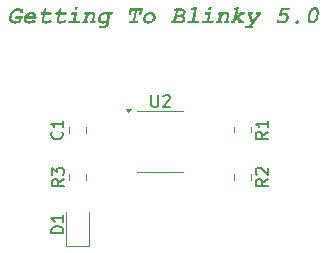
<source format=gbr>
%TF.GenerationSoftware,KiCad,Pcbnew,9.0.2*%
%TF.CreationDate,2025-08-02T09:46:46-05:00*%
%TF.ProjectId,GettingToBlinky_5.0,47657474-696e-4675-946f-426c696e6b79,rev?*%
%TF.SameCoordinates,Original*%
%TF.FileFunction,Legend,Top*%
%TF.FilePolarity,Positive*%
%FSLAX46Y46*%
G04 Gerber Fmt 4.6, Leading zero omitted, Abs format (unit mm)*
G04 Created by KiCad (PCBNEW 9.0.2) date 2025-08-02 09:46:46*
%MOMM*%
%LPD*%
G01*
G04 APERTURE LIST*
%ADD10C,0.200000*%
%ADD11C,0.150000*%
%ADD12C,0.120000*%
G04 APERTURE END LIST*
D10*
G36*
X138162757Y-83088981D02*
G01*
X138103955Y-83371539D01*
X137953596Y-83439642D01*
X137845027Y-83476869D01*
X137739724Y-83498005D01*
X137628231Y-83505170D01*
X137524185Y-83499491D01*
X137430784Y-83483147D01*
X137346680Y-83456902D01*
X137258117Y-83413010D01*
X137200135Y-83363479D01*
X137158561Y-83298103D01*
X137123015Y-83196600D01*
X137110753Y-83122656D01*
X137110419Y-83040867D01*
X137123290Y-82949671D01*
X137154889Y-82797629D01*
X137183747Y-82695964D01*
X137226794Y-82600000D01*
X137284608Y-82508838D01*
X137358312Y-82421831D01*
X137449755Y-82339306D01*
X137544919Y-82277076D01*
X137644634Y-82233271D01*
X137750113Y-82206918D01*
X137862888Y-82197983D01*
X137945259Y-82202520D01*
X138019050Y-82215568D01*
X138088704Y-82237713D01*
X138152041Y-82268325D01*
X138201981Y-82236223D01*
X138240701Y-82227292D01*
X138280521Y-82235691D01*
X138307104Y-82259532D01*
X138318778Y-82297784D01*
X138312508Y-82368709D01*
X138283749Y-82506919D01*
X138261201Y-82576334D01*
X138232366Y-82616646D01*
X138194242Y-82641308D01*
X138151949Y-82649344D01*
X138119009Y-82643425D01*
X138094521Y-82626537D01*
X138082423Y-82605432D01*
X138075196Y-82557752D01*
X138069200Y-82509078D01*
X138059625Y-82485670D01*
X138031577Y-82459561D01*
X137974995Y-82432364D01*
X137907977Y-82415187D01*
X137826068Y-82409009D01*
X137745804Y-82414877D01*
X137671791Y-82432049D01*
X137602952Y-82460300D01*
X137534221Y-82509008D01*
X137457139Y-82592649D01*
X137413200Y-82658108D01*
X137381187Y-82726240D01*
X137360419Y-82797721D01*
X137328912Y-82949487D01*
X137318059Y-83035904D01*
X137323036Y-83105132D01*
X137341060Y-83160994D01*
X137371135Y-83206492D01*
X137412367Y-83241328D01*
X137470317Y-83268647D01*
X137549846Y-83287163D01*
X137657083Y-83294145D01*
X137750190Y-83288074D01*
X137839529Y-83270043D01*
X137925902Y-83240014D01*
X137957318Y-83088981D01*
X137747849Y-83088981D01*
X137681566Y-83080351D01*
X137648198Y-83059855D01*
X137631719Y-83027253D01*
X137632445Y-82983468D01*
X137649242Y-82940750D01*
X137679889Y-82907172D01*
X137723489Y-82886135D01*
X137791721Y-82877955D01*
X138156620Y-82877955D01*
X138222876Y-82886612D01*
X138256180Y-82907172D01*
X138272588Y-82939690D01*
X138271842Y-82983468D01*
X138257169Y-83027022D01*
X138234473Y-83059855D01*
X138203206Y-83081516D01*
X138162757Y-83088981D01*
G37*
G36*
X139084377Y-82519829D02*
G01*
X139157464Y-82535051D01*
X139222465Y-82559493D01*
X139308304Y-82609288D01*
X139358203Y-82656579D01*
X139405562Y-82738955D01*
X139438620Y-82843608D01*
X139445343Y-82924231D01*
X139433308Y-83023493D01*
X139414807Y-83112428D01*
X138571894Y-83112428D01*
X138588102Y-83163259D01*
X138616440Y-83206724D01*
X138658173Y-83244136D01*
X138708383Y-83270127D01*
X138776837Y-83287585D01*
X138868832Y-83294145D01*
X138992623Y-83283491D01*
X139182807Y-83244228D01*
X139295372Y-83223803D01*
X139332060Y-83231455D01*
X139358295Y-83253570D01*
X139372232Y-83286109D01*
X139370843Y-83328583D01*
X139355705Y-83366120D01*
X139326238Y-83398375D01*
X139262704Y-83430794D01*
X139115762Y-83470732D01*
X138955190Y-83496882D01*
X138809939Y-83505170D01*
X138687200Y-83494998D01*
X138588417Y-83466822D01*
X138508847Y-83422760D01*
X138445040Y-83362930D01*
X138396557Y-83288836D01*
X138367840Y-83207498D01*
X138358413Y-83116553D01*
X138369936Y-83012960D01*
X138401903Y-82907416D01*
X138405043Y-82901402D01*
X138621720Y-82901402D01*
X139231075Y-82901402D01*
X139206823Y-82845996D01*
X139174949Y-82802599D01*
X139135271Y-82769328D01*
X139088637Y-82745861D01*
X139031974Y-82730910D01*
X138962988Y-82725547D01*
X138894577Y-82730565D01*
X138831694Y-82745231D01*
X138773394Y-82769328D01*
X138694190Y-82823020D01*
X138621720Y-82901402D01*
X138405043Y-82901402D01*
X138451048Y-82813299D01*
X138518009Y-82728891D01*
X138604592Y-82653190D01*
X138702938Y-82591064D01*
X138801203Y-82548178D01*
X138900421Y-82522918D01*
X139001823Y-82514521D01*
X139084377Y-82519829D01*
G37*
G36*
X140182889Y-82748995D02*
G01*
X140095145Y-83170955D01*
X140090786Y-83232022D01*
X140103572Y-83260256D01*
X140129767Y-83276930D01*
X140174690Y-83289169D01*
X140246912Y-83294145D01*
X140350376Y-83286682D01*
X140451625Y-83264298D01*
X140551635Y-83226550D01*
X140605503Y-83205655D01*
X140637181Y-83200355D01*
X140673241Y-83208113D01*
X140700471Y-83231038D01*
X140715483Y-83264287D01*
X140714576Y-83305685D01*
X140699071Y-83343152D01*
X140667864Y-83376302D01*
X140625497Y-83403638D01*
X140557621Y-83433250D01*
X140455464Y-83464779D01*
X140308015Y-83496279D01*
X140203039Y-83505170D01*
X140105197Y-83498605D01*
X140030743Y-83480980D01*
X139974770Y-83454586D01*
X139933395Y-83420449D01*
X139900939Y-83375785D01*
X139881595Y-83327253D01*
X139874674Y-83273415D01*
X139881005Y-83212354D01*
X139977359Y-82748995D01*
X139903170Y-82748995D01*
X139836925Y-82740314D01*
X139803611Y-82719685D01*
X139787200Y-82686913D01*
X139787949Y-82642932D01*
X139804543Y-82600962D01*
X139835210Y-82567370D01*
X139878827Y-82546195D01*
X139947042Y-82537969D01*
X140021231Y-82537969D01*
X140060432Y-82349383D01*
X140082641Y-82281376D01*
X140111357Y-82241855D01*
X140149517Y-82217676D01*
X140192781Y-82209706D01*
X140232715Y-82218067D01*
X140259734Y-82241855D01*
X140271864Y-82279838D01*
X140265963Y-82349383D01*
X140226762Y-82537969D01*
X140606590Y-82537969D01*
X140672904Y-82546675D01*
X140706241Y-82567370D01*
X140722649Y-82600065D01*
X140721903Y-82644031D01*
X140705294Y-82686012D01*
X140674550Y-82719685D01*
X140631008Y-82740785D01*
X140562718Y-82748995D01*
X140182889Y-82748995D01*
G37*
G36*
X141441717Y-82748995D02*
G01*
X141353973Y-83170955D01*
X141349613Y-83232022D01*
X141362399Y-83260256D01*
X141388594Y-83276930D01*
X141433517Y-83289169D01*
X141505739Y-83294145D01*
X141609204Y-83286682D01*
X141710453Y-83264298D01*
X141810463Y-83226550D01*
X141864330Y-83205655D01*
X141896009Y-83200355D01*
X141932068Y-83208113D01*
X141959298Y-83231038D01*
X141974310Y-83264287D01*
X141973403Y-83305685D01*
X141957898Y-83343152D01*
X141926692Y-83376302D01*
X141884324Y-83403638D01*
X141816449Y-83433250D01*
X141714292Y-83464779D01*
X141566843Y-83496279D01*
X141461867Y-83505170D01*
X141364025Y-83498605D01*
X141289570Y-83480980D01*
X141233598Y-83454586D01*
X141192223Y-83420449D01*
X141159767Y-83375785D01*
X141140422Y-83327253D01*
X141133501Y-83273415D01*
X141139833Y-83212354D01*
X141236187Y-82748995D01*
X141161998Y-82748995D01*
X141095753Y-82740314D01*
X141062438Y-82719685D01*
X141046028Y-82686913D01*
X141046776Y-82642932D01*
X141063371Y-82600962D01*
X141094037Y-82567370D01*
X141137655Y-82546195D01*
X141205870Y-82537969D01*
X141280059Y-82537969D01*
X141319260Y-82349383D01*
X141341468Y-82281376D01*
X141370184Y-82241855D01*
X141408344Y-82217676D01*
X141451609Y-82209706D01*
X141491543Y-82218067D01*
X141518562Y-82241855D01*
X141530691Y-82279838D01*
X141524790Y-82349383D01*
X141485589Y-82537969D01*
X141865417Y-82537969D01*
X141931732Y-82546675D01*
X141965068Y-82567370D01*
X141981477Y-82600065D01*
X141980730Y-82644031D01*
X141964121Y-82686012D01*
X141933378Y-82719685D01*
X141889836Y-82740785D01*
X141821545Y-82748995D01*
X141441717Y-82748995D01*
G37*
G36*
X142951504Y-82139364D02*
G01*
X142905251Y-82362114D01*
X142660611Y-82362114D01*
X142706864Y-82139364D01*
X142951504Y-82139364D01*
G37*
G36*
X142896733Y-82537969D02*
G01*
X142746798Y-83258974D01*
X142993361Y-83258974D01*
X143059698Y-83267633D01*
X143093012Y-83288191D01*
X143109490Y-83320716D01*
X143108766Y-83364487D01*
X143091902Y-83407223D01*
X143061230Y-83440874D01*
X143017784Y-83461833D01*
X142949489Y-83470000D01*
X142250924Y-83470000D01*
X142184560Y-83461367D01*
X142151181Y-83440874D01*
X142134793Y-83408282D01*
X142135611Y-83364487D01*
X142152390Y-83321762D01*
X142182964Y-83288191D01*
X142226497Y-83267160D01*
X142294796Y-83258974D01*
X142541359Y-83258974D01*
X142647422Y-82748995D01*
X142482008Y-82748995D01*
X142416455Y-82740411D01*
X142382815Y-82719869D01*
X142365990Y-82687229D01*
X142366604Y-82643482D01*
X142383401Y-82600764D01*
X142414048Y-82567186D01*
X142457581Y-82546155D01*
X142525881Y-82537969D01*
X142896733Y-82537969D01*
G37*
G36*
X143845799Y-82537969D02*
G01*
X143831145Y-82608311D01*
X143899239Y-82567024D01*
X143969631Y-82537969D01*
X144043478Y-82520436D01*
X144121305Y-82514521D01*
X144211413Y-82522700D01*
X144283220Y-82545339D01*
X144340551Y-82580908D01*
X144386004Y-82629743D01*
X144417692Y-82693851D01*
X144430050Y-82772374D01*
X144420167Y-82870444D01*
X144339384Y-83258974D01*
X144397654Y-83267363D01*
X144429509Y-83288191D01*
X144445642Y-83320678D01*
X144444805Y-83364487D01*
X144427941Y-83407223D01*
X144397269Y-83440874D01*
X144353823Y-83461833D01*
X144285528Y-83470000D01*
X144100056Y-83470000D01*
X144033692Y-83461367D01*
X144000314Y-83440874D01*
X143983925Y-83408282D01*
X143984743Y-83364487D01*
X144001430Y-83321725D01*
X144031638Y-83288191D01*
X144073622Y-83266906D01*
X144133945Y-83258974D01*
X144215736Y-82865773D01*
X144220211Y-82820935D01*
X144214318Y-82789041D01*
X144200257Y-82766214D01*
X144171569Y-82745217D01*
X144129006Y-82731009D01*
X144067450Y-82725547D01*
X143998467Y-82732430D01*
X143936933Y-82752475D01*
X143874711Y-82789241D01*
X143777472Y-82866231D01*
X143695865Y-83258974D01*
X143766789Y-83265329D01*
X143794050Y-83278391D01*
X143816434Y-83306354D01*
X143826340Y-83334527D01*
X143825375Y-83364487D01*
X143808511Y-83407223D01*
X143777839Y-83440874D01*
X143734392Y-83461833D01*
X143666098Y-83470000D01*
X143432540Y-83470000D01*
X143366193Y-83461363D01*
X143332889Y-83440874D01*
X143316501Y-83408282D01*
X143317319Y-83364487D01*
X143337212Y-83321309D01*
X143383356Y-83278025D01*
X143418199Y-83264879D01*
X143490518Y-83258974D01*
X143596580Y-82748995D01*
X143538219Y-82740625D01*
X143506363Y-82719869D01*
X143490297Y-82687312D01*
X143491159Y-82643482D01*
X143507956Y-82600764D01*
X143538603Y-82567186D01*
X143582136Y-82546155D01*
X143650436Y-82537969D01*
X143845799Y-82537969D01*
G37*
G36*
X145337211Y-82514614D02*
G01*
X145405137Y-82531832D01*
X145467870Y-82560934D01*
X145525305Y-82602449D01*
X145538769Y-82537969D01*
X145779287Y-82537969D01*
X145845543Y-82546626D01*
X145878846Y-82567186D01*
X145895255Y-82599704D01*
X145894508Y-82643482D01*
X145877714Y-82686216D01*
X145847064Y-82719869D01*
X145803629Y-82740831D01*
X145735415Y-82748995D01*
X145700244Y-82748995D01*
X145541058Y-83514513D01*
X145520875Y-83586348D01*
X145492245Y-83650507D01*
X145455238Y-83707953D01*
X145409849Y-83759189D01*
X145353842Y-83806560D01*
X145285886Y-83850102D01*
X145213015Y-83883368D01*
X145138371Y-83903056D01*
X145060938Y-83909637D01*
X144828480Y-83909637D01*
X144762165Y-83900930D01*
X144728829Y-83880236D01*
X144712351Y-83847681D01*
X144712984Y-83804673D01*
X144729852Y-83761747D01*
X144760519Y-83727920D01*
X144804061Y-83706820D01*
X144872352Y-83698611D01*
X145098857Y-83698611D01*
X145159838Y-83692531D01*
X145211596Y-83675181D01*
X145256027Y-83646953D01*
X145292990Y-83609246D01*
X145319190Y-83566068D01*
X145335345Y-83516345D01*
X145356411Y-83415045D01*
X145278055Y-83455040D01*
X145203454Y-83482639D01*
X145127920Y-83499616D01*
X145053977Y-83505170D01*
X144951489Y-83495445D01*
X144865893Y-83467934D01*
X144793798Y-83423683D01*
X144732950Y-83361739D01*
X144687697Y-83287479D01*
X144661072Y-83205361D01*
X144652985Y-83113018D01*
X144656433Y-83083381D01*
X144864785Y-83083381D01*
X144878822Y-83149735D01*
X144912469Y-83209240D01*
X144961778Y-83256133D01*
X145021736Y-83284270D01*
X145095743Y-83294145D01*
X145171010Y-83285004D01*
X145243299Y-83257336D01*
X145314371Y-83209240D01*
X145374452Y-83147654D01*
X145415742Y-83080649D01*
X145440125Y-83006915D01*
X145446133Y-82931119D01*
X145432076Y-82864919D01*
X145398360Y-82805140D01*
X145349117Y-82757926D01*
X145289195Y-82729618D01*
X145215177Y-82719685D01*
X145139997Y-82728871D01*
X145067681Y-82756702D01*
X144996458Y-82805140D01*
X144936308Y-82866983D01*
X144895108Y-82933817D01*
X144870887Y-83006915D01*
X144864785Y-83083381D01*
X144656433Y-83083381D01*
X144665265Y-83007465D01*
X144695270Y-82905718D01*
X144740655Y-82813420D01*
X144801917Y-82729201D01*
X144880412Y-82652183D01*
X144970181Y-82588337D01*
X145062735Y-82543961D01*
X145159228Y-82517549D01*
X145261156Y-82508660D01*
X145337211Y-82514614D01*
G37*
G36*
X147950728Y-82438318D02*
G01*
X147780094Y-83258974D01*
X147918488Y-83258974D01*
X147984744Y-83267631D01*
X148018047Y-83288191D01*
X148034525Y-83320716D01*
X148033801Y-83364487D01*
X148016937Y-83407223D01*
X147986265Y-83440874D01*
X147942829Y-83461836D01*
X147874616Y-83470000D01*
X147393488Y-83470000D01*
X147327124Y-83461367D01*
X147293745Y-83440874D01*
X147277357Y-83408282D01*
X147278175Y-83364487D01*
X147294954Y-83321762D01*
X147325527Y-83288191D01*
X147369060Y-83267160D01*
X147437360Y-83258974D01*
X147574563Y-83258974D01*
X147745198Y-82438318D01*
X147522814Y-82438318D01*
X147481324Y-82637620D01*
X147459007Y-82706228D01*
X147430216Y-82746064D01*
X147392062Y-82770319D01*
X147348883Y-82778304D01*
X147308879Y-82769919D01*
X147281838Y-82746064D01*
X147269794Y-82707781D01*
X147275793Y-82637620D01*
X147361156Y-82227292D01*
X148425628Y-82227292D01*
X148340265Y-82637620D01*
X148317948Y-82706228D01*
X148289157Y-82746064D01*
X148250990Y-82770315D01*
X148207732Y-82778304D01*
X148167807Y-82769924D01*
X148140779Y-82746064D01*
X148128735Y-82707781D01*
X148134734Y-82637620D01*
X148176225Y-82438318D01*
X147950728Y-82438318D01*
G37*
G36*
X149187003Y-82522572D02*
G01*
X149271613Y-82546260D01*
X149350789Y-82585688D01*
X149420159Y-82639400D01*
X149471589Y-82702735D01*
X149506952Y-82777021D01*
X149526860Y-82857879D01*
X149531798Y-82939821D01*
X149521698Y-83024134D01*
X149498574Y-83101948D01*
X149460990Y-83179655D01*
X149407392Y-83258058D01*
X149342909Y-83327390D01*
X149265801Y-83387337D01*
X149174568Y-83438126D01*
X149077058Y-83475983D01*
X148982359Y-83497973D01*
X148889445Y-83505170D01*
X148797744Y-83497664D01*
X148713283Y-83475650D01*
X148634638Y-83439225D01*
X148565036Y-83388912D01*
X148513014Y-83329407D01*
X148476552Y-83259615D01*
X148455288Y-83182974D01*
X148449303Y-83104291D01*
X148451071Y-83088969D01*
X148660477Y-83088969D01*
X148678367Y-83148978D01*
X148719543Y-83209057D01*
X148775723Y-83255373D01*
X148845637Y-83283950D01*
X148933408Y-83294145D01*
X149022834Y-83284666D01*
X149105612Y-83256570D01*
X149183635Y-83209057D01*
X149251471Y-83147051D01*
X149294050Y-83086180D01*
X149316168Y-83025142D01*
X149321838Y-82959003D01*
X149311006Y-82897878D01*
X149283561Y-82839670D01*
X149242230Y-82790385D01*
X149191292Y-82755294D01*
X149128816Y-82733374D01*
X149051653Y-82725547D01*
X148961935Y-82735591D01*
X148878807Y-82765444D01*
X148800235Y-82816222D01*
X148733433Y-82882054D01*
X148688770Y-82951595D01*
X148663398Y-83026149D01*
X148660477Y-83088969D01*
X148451071Y-83088969D01*
X148458784Y-83022119D01*
X148482790Y-82940989D01*
X148522044Y-82858905D01*
X148578310Y-82775006D01*
X148645747Y-82700148D01*
X148723915Y-82636701D01*
X148813882Y-82584131D01*
X148910555Y-82544750D01*
X149004033Y-82521961D01*
X149095433Y-82514521D01*
X149187003Y-82522572D01*
G37*
G36*
X151826853Y-82234785D02*
G01*
X151901153Y-82255573D01*
X151961317Y-82288107D01*
X152009861Y-82332255D01*
X152047563Y-82387261D01*
X152069896Y-82446044D01*
X152077707Y-82510166D01*
X152070219Y-82581658D01*
X152049985Y-82648035D01*
X152017371Y-82710710D01*
X151973273Y-82767943D01*
X151914972Y-82822359D01*
X151967227Y-82865753D01*
X152005601Y-82911891D01*
X152031934Y-82961211D01*
X152047208Y-83014930D01*
X152051295Y-83074360D01*
X152043200Y-83141096D01*
X152018481Y-83217837D01*
X151977071Y-83289657D01*
X151937482Y-83337366D01*
X151895738Y-83372638D01*
X151831859Y-83411145D01*
X151755787Y-83442889D01*
X151671607Y-83462725D01*
X151564911Y-83470000D01*
X150961509Y-83470000D01*
X150895146Y-83461367D01*
X150861767Y-83440874D01*
X150845309Y-83408274D01*
X150846105Y-83364487D01*
X150862994Y-83321806D01*
X150894007Y-83288191D01*
X150937887Y-83267110D01*
X151005382Y-83258974D01*
X151037438Y-83258974D01*
X151242877Y-83258974D01*
X151597701Y-83258974D01*
X151681121Y-83253838D01*
X151740634Y-83240480D01*
X151781982Y-83221238D01*
X151818418Y-83186709D01*
X151838036Y-83139722D01*
X151838540Y-83099832D01*
X151822748Y-83059187D01*
X151786653Y-83015341D01*
X151739635Y-82983585D01*
X151672361Y-82962264D01*
X151577917Y-82954159D01*
X151306258Y-82954159D01*
X151242877Y-83258974D01*
X151037438Y-83258974D01*
X151144694Y-82743133D01*
X151350130Y-82743133D01*
X151575628Y-82743133D01*
X151654558Y-82735976D01*
X151725494Y-82715137D01*
X151790042Y-82680759D01*
X151827459Y-82649379D01*
X151852097Y-82614869D01*
X151865788Y-82576437D01*
X151867474Y-82541131D01*
X151857463Y-82509522D01*
X151834830Y-82479808D01*
X151803443Y-82458784D01*
X151754522Y-82444088D01*
X151681140Y-82438318D01*
X151413511Y-82438318D01*
X151350130Y-82743133D01*
X151144694Y-82743133D01*
X151208073Y-82438318D01*
X151176016Y-82438318D01*
X151109652Y-82429685D01*
X151076273Y-82409192D01*
X151059793Y-82376590D01*
X151060519Y-82332805D01*
X151077317Y-82290088D01*
X151107964Y-82256509D01*
X151151574Y-82235475D01*
X151219888Y-82227292D01*
X151734996Y-82227292D01*
X151826853Y-82234785D01*
G37*
G36*
X153051160Y-82139364D02*
G01*
X152818427Y-83258974D01*
X153064990Y-83258974D01*
X153131262Y-83267627D01*
X153164641Y-83288191D01*
X153181118Y-83320716D01*
X153180395Y-83364487D01*
X153163531Y-83407223D01*
X153132859Y-83440874D01*
X153089345Y-83461839D01*
X153021118Y-83470000D01*
X152322553Y-83470000D01*
X152256189Y-83461367D01*
X152222810Y-83440874D01*
X152206353Y-83408274D01*
X152207148Y-83364487D01*
X152223946Y-83321769D01*
X152254592Y-83288191D01*
X152298125Y-83267160D01*
X152366425Y-83258974D01*
X152612988Y-83258974D01*
X152801849Y-82350390D01*
X152636435Y-82350390D01*
X152570881Y-82341807D01*
X152537242Y-82321264D01*
X152520486Y-82288632D01*
X152521122Y-82244877D01*
X152537901Y-82202153D01*
X152568475Y-82168582D01*
X152612008Y-82147551D01*
X152680307Y-82139364D01*
X153051160Y-82139364D01*
G37*
G36*
X154280953Y-82139364D02*
G01*
X154234699Y-82362114D01*
X153990060Y-82362114D01*
X154036313Y-82139364D01*
X154280953Y-82139364D01*
G37*
G36*
X154226181Y-82537969D02*
G01*
X154076247Y-83258974D01*
X154322810Y-83258974D01*
X154389147Y-83267633D01*
X154422461Y-83288191D01*
X154438939Y-83320716D01*
X154438215Y-83364487D01*
X154421351Y-83407223D01*
X154390679Y-83440874D01*
X154347232Y-83461833D01*
X154278938Y-83470000D01*
X153580373Y-83470000D01*
X153514009Y-83461367D01*
X153480630Y-83440874D01*
X153464242Y-83408282D01*
X153465060Y-83364487D01*
X153481839Y-83321762D01*
X153512412Y-83288191D01*
X153555945Y-83267160D01*
X153624245Y-83258974D01*
X153870808Y-83258974D01*
X153976871Y-82748995D01*
X153811457Y-82748995D01*
X153745903Y-82740411D01*
X153712264Y-82719869D01*
X153695439Y-82687229D01*
X153696052Y-82643482D01*
X153712850Y-82600764D01*
X153743497Y-82567186D01*
X153787030Y-82546155D01*
X153855329Y-82537969D01*
X154226181Y-82537969D01*
G37*
G36*
X155175248Y-82537969D02*
G01*
X155160594Y-82608311D01*
X155228688Y-82567024D01*
X155299079Y-82537969D01*
X155372927Y-82520436D01*
X155450754Y-82514521D01*
X155540861Y-82522700D01*
X155612668Y-82545339D01*
X155670000Y-82580908D01*
X155715452Y-82629743D01*
X155747141Y-82693851D01*
X155759498Y-82772374D01*
X155749616Y-82870444D01*
X155668832Y-83258974D01*
X155727103Y-83267363D01*
X155758958Y-83288191D01*
X155775091Y-83320678D01*
X155774254Y-83364487D01*
X155757390Y-83407223D01*
X155726718Y-83440874D01*
X155683271Y-83461833D01*
X155614977Y-83470000D01*
X155429505Y-83470000D01*
X155363141Y-83461367D01*
X155329762Y-83440874D01*
X155313374Y-83408282D01*
X155314192Y-83364487D01*
X155330879Y-83321725D01*
X155361086Y-83288191D01*
X155403070Y-83266906D01*
X155463394Y-83258974D01*
X155545184Y-82865773D01*
X155549660Y-82820935D01*
X155543767Y-82789041D01*
X155529706Y-82766214D01*
X155501018Y-82745217D01*
X155458455Y-82731009D01*
X155396898Y-82725547D01*
X155327916Y-82732430D01*
X155266381Y-82752475D01*
X155204160Y-82789241D01*
X155106921Y-82866231D01*
X155025314Y-83258974D01*
X155096237Y-83265329D01*
X155123499Y-83278391D01*
X155145883Y-83306354D01*
X155155788Y-83334527D01*
X155154823Y-83364487D01*
X155137959Y-83407223D01*
X155107288Y-83440874D01*
X155063841Y-83461833D01*
X154995546Y-83470000D01*
X154761989Y-83470000D01*
X154695641Y-83461363D01*
X154662338Y-83440874D01*
X154645950Y-83408282D01*
X154646768Y-83364487D01*
X154666661Y-83321309D01*
X154712805Y-83278025D01*
X154747647Y-83264879D01*
X154819966Y-83258974D01*
X154926029Y-82748995D01*
X154867668Y-82740625D01*
X154835812Y-82719869D01*
X154819746Y-82687312D01*
X154820607Y-82643482D01*
X154837405Y-82600764D01*
X154868052Y-82567186D01*
X154911585Y-82546155D01*
X154979884Y-82537969D01*
X155175248Y-82537969D01*
G37*
G36*
X156352743Y-83117465D02*
G01*
X156279470Y-83470000D01*
X156038952Y-83470000D01*
X155972588Y-83461367D01*
X155939209Y-83440874D01*
X155922752Y-83408274D01*
X155923547Y-83364487D01*
X155940437Y-83321806D01*
X155971449Y-83288191D01*
X156015262Y-83267116D01*
X156082824Y-83258974D01*
X156117812Y-83258974D01*
X156306673Y-82350390D01*
X156271685Y-82350390D01*
X156205321Y-82341758D01*
X156171942Y-82321264D01*
X156155532Y-82288670D01*
X156156280Y-82244877D01*
X156173078Y-82202160D01*
X156203724Y-82168582D01*
X156247257Y-82147551D01*
X156315557Y-82139364D01*
X156556075Y-82139364D01*
X156408797Y-82848005D01*
X156596650Y-82715564D01*
X156585895Y-82673127D01*
X156586575Y-82643665D01*
X156603277Y-82600894D01*
X156633561Y-82567278D01*
X156676704Y-82546192D01*
X156744844Y-82537969D01*
X156979317Y-82537969D01*
X157045654Y-82546628D01*
X157078968Y-82567186D01*
X157095446Y-82599711D01*
X157094722Y-82643482D01*
X157077928Y-82686216D01*
X157047278Y-82719869D01*
X157003754Y-82740832D01*
X156935445Y-82748995D01*
X156878384Y-82748995D01*
X156585934Y-82955166D01*
X156858509Y-83258974D01*
X156918684Y-83258974D01*
X156984956Y-83267627D01*
X157018335Y-83288191D01*
X157034813Y-83320716D01*
X157034089Y-83364487D01*
X157017225Y-83407223D01*
X156986553Y-83440874D01*
X156943040Y-83461839D01*
X156874812Y-83470000D01*
X156638232Y-83470000D01*
X156571895Y-83461340D01*
X156538581Y-83440782D01*
X156522168Y-83408111D01*
X156522919Y-83364303D01*
X156538603Y-83326279D01*
X156573386Y-83285260D01*
X156396981Y-83088156D01*
X156352743Y-83117465D01*
G37*
G36*
X157593710Y-83463863D02*
G01*
X157386531Y-82748995D01*
X157342288Y-82741003D01*
X157316372Y-82719869D01*
X157303999Y-82687707D01*
X157306114Y-82643482D01*
X157322912Y-82600764D01*
X157353558Y-82567186D01*
X157397169Y-82546152D01*
X157465483Y-82537969D01*
X157652878Y-82537969D01*
X157719215Y-82546628D01*
X157752529Y-82567186D01*
X157769007Y-82599711D01*
X157768283Y-82643482D01*
X157751489Y-82686216D01*
X157720839Y-82719869D01*
X157678039Y-82741013D01*
X157615051Y-82748995D01*
X157757017Y-83232412D01*
X158098102Y-82748995D01*
X158038840Y-82740617D01*
X158006420Y-82719869D01*
X157989940Y-82687267D01*
X157990666Y-82643482D01*
X158007464Y-82600764D01*
X158038110Y-82567186D01*
X158081721Y-82546152D01*
X158150034Y-82537969D01*
X158343475Y-82537969D01*
X158408923Y-82546598D01*
X158442118Y-82567186D01*
X158458527Y-82599704D01*
X158457780Y-82643482D01*
X158441907Y-82686578D01*
X158414824Y-82719869D01*
X158377780Y-82741358D01*
X158328637Y-82748995D01*
X157660114Y-83698611D01*
X157761322Y-83698611D01*
X157786454Y-83756612D01*
X157787517Y-83804124D01*
X157770719Y-83846841D01*
X157740073Y-83880419D01*
X157696551Y-83901453D01*
X157628332Y-83909637D01*
X157180268Y-83909637D01*
X157113931Y-83900977D01*
X157080617Y-83880419D01*
X157064140Y-83847894D01*
X157064863Y-83804124D01*
X157081658Y-83761389D01*
X157112308Y-83727737D01*
X157155832Y-83706774D01*
X157224140Y-83698611D01*
X157428572Y-83698611D01*
X157593710Y-83463863D01*
G37*
G36*
X160283465Y-82356252D02*
G01*
X160229884Y-82614173D01*
X160349890Y-82582532D01*
X160445856Y-82573140D01*
X160538408Y-82582055D01*
X160615208Y-82607220D01*
X160679462Y-82647658D01*
X160733269Y-82704298D01*
X160772213Y-82771707D01*
X160795031Y-82848757D01*
X160801140Y-82938052D01*
X160788224Y-83042819D01*
X160758246Y-83146581D01*
X160715472Y-83235744D01*
X160660171Y-83312359D01*
X160591761Y-83377859D01*
X160513358Y-83428699D01*
X160420240Y-83466568D01*
X160309629Y-83490704D01*
X160178135Y-83499309D01*
X160060363Y-83492498D01*
X159966119Y-83473867D01*
X159891232Y-83445532D01*
X159832196Y-83408725D01*
X159794960Y-83370339D01*
X159778320Y-83331297D01*
X159778890Y-83289016D01*
X159794507Y-83249534D01*
X159824869Y-83214552D01*
X159864049Y-83190415D01*
X159904187Y-83182770D01*
X159937369Y-83190922D01*
X159972880Y-83218490D01*
X160009185Y-83249044D01*
X160048809Y-83268041D01*
X160113944Y-83282584D01*
X160209002Y-83288283D01*
X160332827Y-83280029D01*
X160418498Y-83258800D01*
X160475898Y-83228474D01*
X160522141Y-83183301D01*
X160557740Y-83123229D01*
X160582327Y-83044742D01*
X160590670Y-82964444D01*
X160581059Y-82902350D01*
X160556407Y-82853592D01*
X160517567Y-82815753D01*
X160467323Y-82792515D01*
X160401984Y-82784166D01*
X160329037Y-82790924D01*
X160240670Y-82813340D01*
X160133531Y-82855332D01*
X160098930Y-82868430D01*
X160073905Y-82872093D01*
X160034730Y-82863658D01*
X160007043Y-82839212D01*
X159992996Y-82803081D01*
X159995320Y-82753849D01*
X160121807Y-82145226D01*
X160750305Y-82145226D01*
X160816619Y-82153933D01*
X160849956Y-82174627D01*
X160866342Y-82207320D01*
X160865526Y-82251289D01*
X160848936Y-82293276D01*
X160818265Y-82326943D01*
X160774724Y-82348043D01*
X160706433Y-82356252D01*
X160283465Y-82356252D01*
G37*
G36*
X161662460Y-83364487D02*
G01*
X161640845Y-83419318D01*
X161600453Y-83464870D01*
X161546268Y-83494777D01*
X161478820Y-83505170D01*
X161432491Y-83500077D01*
X161398580Y-83486331D01*
X161373948Y-83464870D01*
X161357433Y-83436438D01*
X161350529Y-83403604D01*
X161353798Y-83364487D01*
X161375347Y-83309674D01*
X161415714Y-83264194D01*
X161469906Y-83234217D01*
X161537347Y-83223803D01*
X161583667Y-83228906D01*
X161617579Y-83242681D01*
X161642219Y-83264194D01*
X161658742Y-83292570D01*
X161665677Y-83325374D01*
X161662460Y-83364487D01*
G37*
G36*
X163104203Y-82116875D02*
G01*
X163168972Y-82135771D01*
X163221157Y-82165376D01*
X163263611Y-82207604D01*
X163304074Y-82273514D01*
X163341782Y-82370632D01*
X163363561Y-82471323D01*
X163367641Y-82577068D01*
X163353231Y-82689552D01*
X163305329Y-82919812D01*
X163277880Y-83018691D01*
X163236546Y-83116594D01*
X163180380Y-83214186D01*
X163108042Y-83312005D01*
X163041002Y-83381868D01*
X162971263Y-83433926D01*
X162898218Y-83470231D01*
X162820857Y-83491953D01*
X162737831Y-83499309D01*
X162656724Y-83492419D01*
X162591711Y-83473357D01*
X162539536Y-83443530D01*
X162497173Y-83400975D01*
X162457032Y-83334882D01*
X162419918Y-83237816D01*
X162398715Y-83137112D01*
X162394956Y-83031650D01*
X162398238Y-83006213D01*
X162603269Y-83006213D01*
X162605498Y-83083737D01*
X162620242Y-83153796D01*
X162647064Y-83217849D01*
X162677725Y-83256194D01*
X162721095Y-83279687D01*
X162781703Y-83288283D01*
X162840070Y-83280029D01*
X162895337Y-83254950D01*
X162949223Y-83210705D01*
X163015759Y-83127087D01*
X163065618Y-83030761D01*
X163098975Y-82919537D01*
X163146785Y-82689827D01*
X163158324Y-82603695D01*
X163156280Y-82526302D01*
X163141856Y-82456040D01*
X163115461Y-82391515D01*
X163084249Y-82353079D01*
X163040799Y-82329621D01*
X162980822Y-82321081D01*
X162921855Y-82329364D01*
X162866286Y-82354473D01*
X162812386Y-82398659D01*
X162745850Y-82482277D01*
X162695991Y-82578603D01*
X162662635Y-82689827D01*
X162614824Y-82919537D01*
X162603269Y-83006213D01*
X162398238Y-83006213D01*
X162409385Y-82919812D01*
X162457288Y-82689552D01*
X162484560Y-82591185D01*
X162525711Y-82493544D01*
X162581713Y-82395966D01*
X162653934Y-82297909D01*
X162720858Y-82227818D01*
X162790492Y-82175609D01*
X162863442Y-82139208D01*
X162940721Y-82117430D01*
X163023687Y-82110055D01*
X163104203Y-82116875D01*
G37*
D11*
X141754819Y-96666666D02*
X141278628Y-96999999D01*
X141754819Y-97238094D02*
X140754819Y-97238094D01*
X140754819Y-97238094D02*
X140754819Y-96857142D01*
X140754819Y-96857142D02*
X140802438Y-96761904D01*
X140802438Y-96761904D02*
X140850057Y-96714285D01*
X140850057Y-96714285D02*
X140945295Y-96666666D01*
X140945295Y-96666666D02*
X141088152Y-96666666D01*
X141088152Y-96666666D02*
X141183390Y-96714285D01*
X141183390Y-96714285D02*
X141231009Y-96761904D01*
X141231009Y-96761904D02*
X141278628Y-96857142D01*
X141278628Y-96857142D02*
X141278628Y-97238094D01*
X140754819Y-96333332D02*
X140754819Y-95714285D01*
X140754819Y-95714285D02*
X141135771Y-96047618D01*
X141135771Y-96047618D02*
X141135771Y-95904761D01*
X141135771Y-95904761D02*
X141183390Y-95809523D01*
X141183390Y-95809523D02*
X141231009Y-95761904D01*
X141231009Y-95761904D02*
X141326247Y-95714285D01*
X141326247Y-95714285D02*
X141564342Y-95714285D01*
X141564342Y-95714285D02*
X141659580Y-95761904D01*
X141659580Y-95761904D02*
X141707200Y-95809523D01*
X141707200Y-95809523D02*
X141754819Y-95904761D01*
X141754819Y-95904761D02*
X141754819Y-96190475D01*
X141754819Y-96190475D02*
X141707200Y-96285713D01*
X141707200Y-96285713D02*
X141659580Y-96333332D01*
X159004819Y-92666666D02*
X158528628Y-92999999D01*
X159004819Y-93238094D02*
X158004819Y-93238094D01*
X158004819Y-93238094D02*
X158004819Y-92857142D01*
X158004819Y-92857142D02*
X158052438Y-92761904D01*
X158052438Y-92761904D02*
X158100057Y-92714285D01*
X158100057Y-92714285D02*
X158195295Y-92666666D01*
X158195295Y-92666666D02*
X158338152Y-92666666D01*
X158338152Y-92666666D02*
X158433390Y-92714285D01*
X158433390Y-92714285D02*
X158481009Y-92761904D01*
X158481009Y-92761904D02*
X158528628Y-92857142D01*
X158528628Y-92857142D02*
X158528628Y-93238094D01*
X159004819Y-91714285D02*
X159004819Y-92285713D01*
X159004819Y-91999999D02*
X158004819Y-91999999D01*
X158004819Y-91999999D02*
X158147676Y-92095237D01*
X158147676Y-92095237D02*
X158242914Y-92190475D01*
X158242914Y-92190475D02*
X158290533Y-92285713D01*
X149163095Y-89554819D02*
X149163095Y-90364342D01*
X149163095Y-90364342D02*
X149210714Y-90459580D01*
X149210714Y-90459580D02*
X149258333Y-90507200D01*
X149258333Y-90507200D02*
X149353571Y-90554819D01*
X149353571Y-90554819D02*
X149544047Y-90554819D01*
X149544047Y-90554819D02*
X149639285Y-90507200D01*
X149639285Y-90507200D02*
X149686904Y-90459580D01*
X149686904Y-90459580D02*
X149734523Y-90364342D01*
X149734523Y-90364342D02*
X149734523Y-89554819D01*
X150163095Y-89650057D02*
X150210714Y-89602438D01*
X150210714Y-89602438D02*
X150305952Y-89554819D01*
X150305952Y-89554819D02*
X150544047Y-89554819D01*
X150544047Y-89554819D02*
X150639285Y-89602438D01*
X150639285Y-89602438D02*
X150686904Y-89650057D01*
X150686904Y-89650057D02*
X150734523Y-89745295D01*
X150734523Y-89745295D02*
X150734523Y-89840533D01*
X150734523Y-89840533D02*
X150686904Y-89983390D01*
X150686904Y-89983390D02*
X150115476Y-90554819D01*
X150115476Y-90554819D02*
X150734523Y-90554819D01*
X159004819Y-96666666D02*
X158528628Y-96999999D01*
X159004819Y-97238094D02*
X158004819Y-97238094D01*
X158004819Y-97238094D02*
X158004819Y-96857142D01*
X158004819Y-96857142D02*
X158052438Y-96761904D01*
X158052438Y-96761904D02*
X158100057Y-96714285D01*
X158100057Y-96714285D02*
X158195295Y-96666666D01*
X158195295Y-96666666D02*
X158338152Y-96666666D01*
X158338152Y-96666666D02*
X158433390Y-96714285D01*
X158433390Y-96714285D02*
X158481009Y-96761904D01*
X158481009Y-96761904D02*
X158528628Y-96857142D01*
X158528628Y-96857142D02*
X158528628Y-97238094D01*
X158100057Y-96285713D02*
X158052438Y-96238094D01*
X158052438Y-96238094D02*
X158004819Y-96142856D01*
X158004819Y-96142856D02*
X158004819Y-95904761D01*
X158004819Y-95904761D02*
X158052438Y-95809523D01*
X158052438Y-95809523D02*
X158100057Y-95761904D01*
X158100057Y-95761904D02*
X158195295Y-95714285D01*
X158195295Y-95714285D02*
X158290533Y-95714285D01*
X158290533Y-95714285D02*
X158433390Y-95761904D01*
X158433390Y-95761904D02*
X159004819Y-96333332D01*
X159004819Y-96333332D02*
X159004819Y-95714285D01*
X141704819Y-101238094D02*
X140704819Y-101238094D01*
X140704819Y-101238094D02*
X140704819Y-100999999D01*
X140704819Y-100999999D02*
X140752438Y-100857142D01*
X140752438Y-100857142D02*
X140847676Y-100761904D01*
X140847676Y-100761904D02*
X140942914Y-100714285D01*
X140942914Y-100714285D02*
X141133390Y-100666666D01*
X141133390Y-100666666D02*
X141276247Y-100666666D01*
X141276247Y-100666666D02*
X141466723Y-100714285D01*
X141466723Y-100714285D02*
X141561961Y-100761904D01*
X141561961Y-100761904D02*
X141657200Y-100857142D01*
X141657200Y-100857142D02*
X141704819Y-100999999D01*
X141704819Y-100999999D02*
X141704819Y-101238094D01*
X141704819Y-99714285D02*
X141704819Y-100285713D01*
X141704819Y-99999999D02*
X140704819Y-99999999D01*
X140704819Y-99999999D02*
X140847676Y-100095237D01*
X140847676Y-100095237D02*
X140942914Y-100190475D01*
X140942914Y-100190475D02*
X140990533Y-100285713D01*
X141579580Y-92666666D02*
X141627200Y-92714285D01*
X141627200Y-92714285D02*
X141674819Y-92857142D01*
X141674819Y-92857142D02*
X141674819Y-92952380D01*
X141674819Y-92952380D02*
X141627200Y-93095237D01*
X141627200Y-93095237D02*
X141531961Y-93190475D01*
X141531961Y-93190475D02*
X141436723Y-93238094D01*
X141436723Y-93238094D02*
X141246247Y-93285713D01*
X141246247Y-93285713D02*
X141103390Y-93285713D01*
X141103390Y-93285713D02*
X140912914Y-93238094D01*
X140912914Y-93238094D02*
X140817676Y-93190475D01*
X140817676Y-93190475D02*
X140722438Y-93095237D01*
X140722438Y-93095237D02*
X140674819Y-92952380D01*
X140674819Y-92952380D02*
X140674819Y-92857142D01*
X140674819Y-92857142D02*
X140722438Y-92714285D01*
X140722438Y-92714285D02*
X140770057Y-92666666D01*
X141674819Y-91714285D02*
X141674819Y-92285713D01*
X141674819Y-91999999D02*
X140674819Y-91999999D01*
X140674819Y-91999999D02*
X140817676Y-92095237D01*
X140817676Y-92095237D02*
X140912914Y-92190475D01*
X140912914Y-92190475D02*
X140960533Y-92285713D01*
D12*
%TO.C,R3*%
X142165000Y-96272936D02*
X142165000Y-96727064D01*
X143635000Y-96272936D02*
X143635000Y-96727064D01*
%TO.C,R1*%
X156165000Y-92272936D02*
X156165000Y-92727064D01*
X157635000Y-92272936D02*
X157635000Y-92727064D01*
%TO.C,U2*%
X149925000Y-90940000D02*
X147975000Y-90940000D01*
X149925000Y-90940000D02*
X151875000Y-90940000D01*
X149925000Y-96060000D02*
X147975000Y-96060000D01*
X149925000Y-96060000D02*
X151875000Y-96060000D01*
X147225000Y-91035000D02*
X146985000Y-90705000D01*
X147465000Y-90705000D01*
X147225000Y-91035000D01*
G36*
X147225000Y-91035000D02*
G01*
X146985000Y-90705000D01*
X147465000Y-90705000D01*
X147225000Y-91035000D01*
G37*
%TO.C,R2*%
X156165000Y-96272936D02*
X156165000Y-96727064D01*
X157635000Y-96272936D02*
X157635000Y-96727064D01*
%TO.C,D1*%
X141940000Y-99500000D02*
X141940000Y-102360000D01*
X141940000Y-102360000D02*
X143860000Y-102360000D01*
X143860000Y-102360000D02*
X143860000Y-99500000D01*
%TO.C,C1*%
X142165000Y-92761252D02*
X142165000Y-92238748D01*
X143635000Y-92761252D02*
X143635000Y-92238748D01*
%TD*%
M02*

</source>
